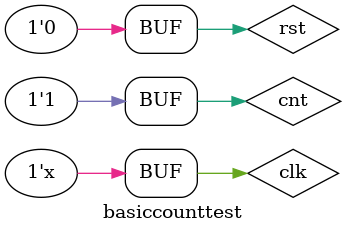
<source format=v>
`timescale 1ns / 1ps


module basiccounttest;

	// Inputs
	reg clk;
	reg rst;
	reg cnt;

	// Outputs
	wire [3:0] out;
	wire carry;

	// Instantiate the Unit Under Test (UUT)
	basic_counter #( .Max('d10) ) uut(
		.clk(clk), 
		.rst(rst), 
		.cnt(cnt), 
		.out(out), 
		.carry(carry)
	);

	initial begin
		// Initialize Inputs
		clk = 0;
		rst = 0;
		cnt = 1;

		// Wait 100 ns for global reset to finish
		#100;
      
		#510 rst =1;
		#30 rst = 0;
		// Add stimulus here
		

	end
	
	always clk = #5 ~clk;
      
endmodule


</source>
